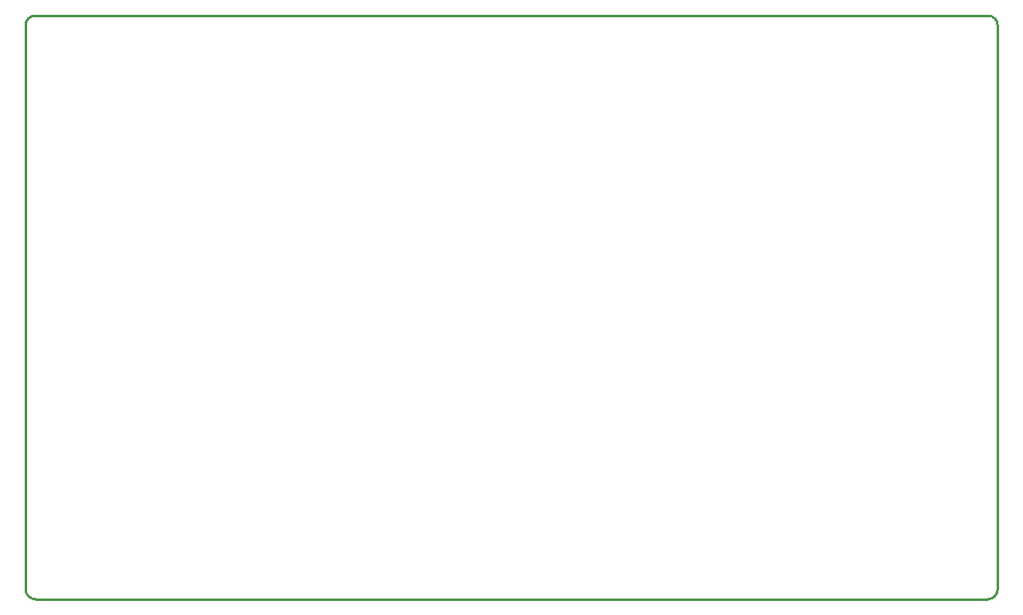
<source format=gko>
G04 Layer: BoardOutlineLayer*
G04 EasyEDA Pro v2.1.33.40dfc3d9.d6468c, 2023-10-26 17:41:14*
G04 Gerber Generator version 0.3*
G04 Scale: 100 percent, Rotated: No, Reflected: No*
G04 Dimensions in millimeters*
G04 Leading zeros omitted, absolute positions, 3 integers and 3 decimals*
%FSLAX33Y33*%
%MOMM*%
%ADD10C,0.254*%
G75*


G04 Rect Start*
G54D10*
G01X0Y-1000D02*
G01X0Y-59000D01*
G03X1000Y-60000I1000J0D01*
G01X99000D01*
G03X100000Y-59000I0J1000D01*
G01Y-1000D01*
G03X99000Y0I-1000J0D01*
G01X1000D01*
G03X0Y-1000I0J-1000D01*
G04 Rect End*

M02*

</source>
